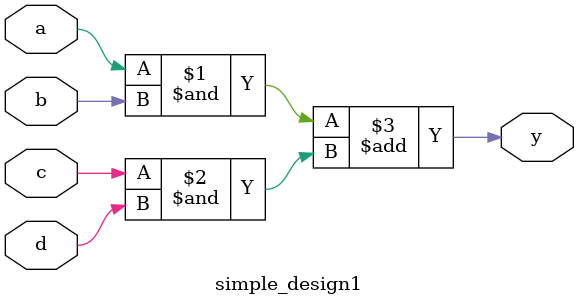
<source format=v>
`timescale 1ns/1ns

module simple_design1(a,b,c,d,y);
input a,b,c,d;
output y;

assign y = (a & b) + (c & d);

endmodule

</source>
